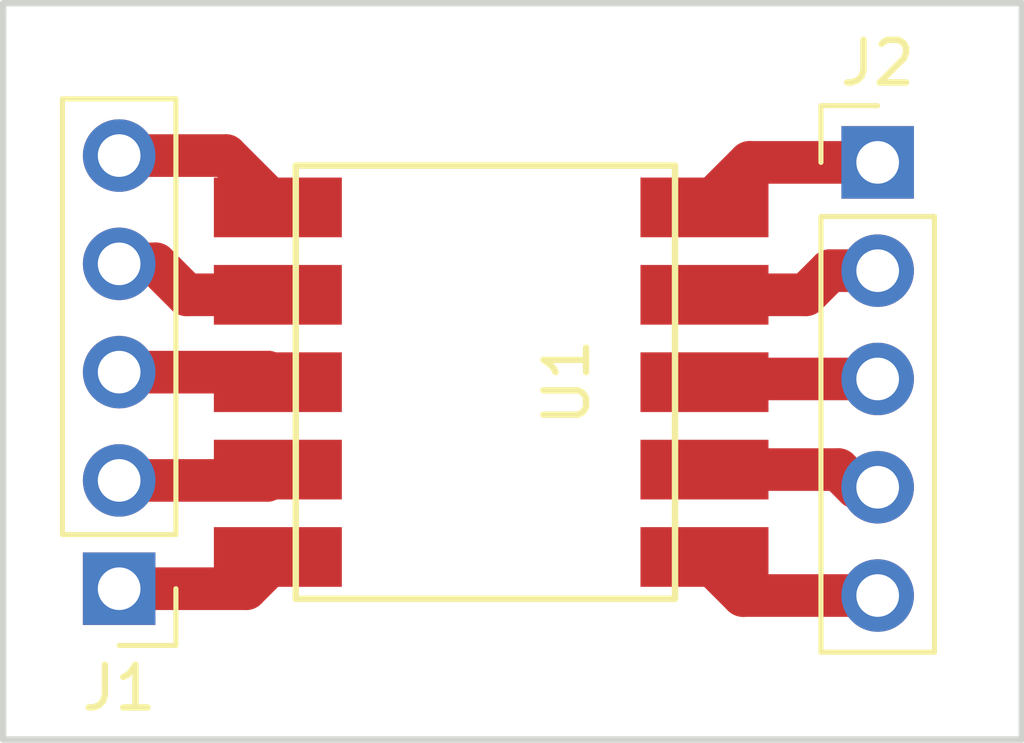
<source format=kicad_pcb>
(kicad_pcb (version 4) (host pcbnew 4.0.6)

  (general
    (links 10)
    (no_connects 0)
    (area 0 0 0 0)
    (thickness 1.6)
    (drawings 5)
    (tracks 23)
    (zones 0)
    (modules 3)
    (nets 11)
  )

  (page A4)
  (layers
    (0 F.Cu signal)
    (31 B.Cu signal)
    (32 B.Adhes user)
    (33 F.Adhes user)
    (34 B.Paste user)
    (35 F.Paste user)
    (36 B.SilkS user)
    (37 F.SilkS user)
    (38 B.Mask user)
    (39 F.Mask user)
    (40 Dwgs.User user)
    (41 Cmts.User user)
    (42 Eco1.User user)
    (43 Eco2.User user)
    (44 Edge.Cuts user)
    (45 Margin user)
    (46 B.CrtYd user)
    (47 F.CrtYd user)
    (48 B.Fab user)
    (49 F.Fab user)
  )

  (setup
    (last_trace_width 1)
    (trace_clearance 0.2)
    (zone_clearance 0.508)
    (zone_45_only no)
    (trace_min 0.2)
    (segment_width 0.2)
    (edge_width 0.15)
    (via_size 0.6)
    (via_drill 0.4)
    (via_min_size 0.4)
    (via_min_drill 0.3)
    (uvia_size 0.3)
    (uvia_drill 0.1)
    (uvias_allowed no)
    (uvia_min_size 0.2)
    (uvia_min_drill 0.1)
    (pcb_text_width 0.3)
    (pcb_text_size 1.5 1.5)
    (mod_edge_width 0.15)
    (mod_text_size 1 1)
    (mod_text_width 0.15)
    (pad_size 1.7 1.7)
    (pad_drill 1)
    (pad_to_mask_clearance 0.2)
    (aux_axis_origin 0 0)
    (visible_elements FFFFFF7F)
    (pcbplotparams
      (layerselection 0x00030_80000001)
      (usegerberextensions false)
      (excludeedgelayer true)
      (linewidth 0.100000)
      (plotframeref false)
      (viasonmask false)
      (mode 1)
      (useauxorigin false)
      (hpglpennumber 1)
      (hpglpenspeed 20)
      (hpglpendiameter 15)
      (hpglpenoverlay 2)
      (psnegative false)
      (psa4output false)
      (plotreference true)
      (plotvalue true)
      (plotinvisibletext false)
      (padsonsilk false)
      (subtractmaskfromsilk false)
      (outputformat 1)
      (mirror false)
      (drillshape 1)
      (scaleselection 1)
      (outputdirectory ""))
  )

  (net 0 "")
  (net 1 "Net-(J1-Pad1)")
  (net 2 "Net-(J1-Pad2)")
  (net 3 "Net-(J1-Pad3)")
  (net 4 "Net-(J1-Pad4)")
  (net 5 "Net-(J1-Pad5)")
  (net 6 "Net-(J2-Pad1)")
  (net 7 "Net-(J2-Pad2)")
  (net 8 "Net-(J2-Pad3)")
  (net 9 "Net-(J2-Pad4)")
  (net 10 "Net-(J2-Pad5)")

  (net_class Default "This is the default net class."
    (clearance 0.2)
    (trace_width 1)
    (via_dia 0.6)
    (via_drill 0.4)
    (uvia_dia 0.3)
    (uvia_drill 0.1)
    (add_net "Net-(J1-Pad1)")
    (add_net "Net-(J1-Pad2)")
    (add_net "Net-(J1-Pad3)")
    (add_net "Net-(J1-Pad4)")
    (add_net "Net-(J1-Pad5)")
    (add_net "Net-(J2-Pad1)")
    (add_net "Net-(J2-Pad2)")
    (add_net "Net-(J2-Pad3)")
    (add_net "Net-(J2-Pad4)")
    (add_net "Net-(J2-Pad5)")
  )

  (module Pin_Headers:Pin_Header_Straight_1x05_Pitch2.54mm (layer F.Cu) (tedit 59710130) (tstamp 5970FF8F)
    (at 100 110 180)
    (descr "Through hole straight pin header, 1x05, 2.54mm pitch, single row")
    (tags "Through hole pin header THT 1x05 2.54mm single row")
    (path /5970F684)
    (fp_text reference J1 (at 0 -2.33 180) (layer F.SilkS)
      (effects (font (size 1 1) (thickness 0.15)))
    )
    (fp_text value CONN_01X05 (at -3.378 12.718 180) (layer F.Fab)
      (effects (font (size 1 1) (thickness 0.15)))
    )
    (fp_line (start -0.635 -1.27) (end 1.27 -1.27) (layer F.Fab) (width 0.1))
    (fp_line (start 1.27 -1.27) (end 1.27 11.43) (layer F.Fab) (width 0.1))
    (fp_line (start 1.27 11.43) (end -1.27 11.43) (layer F.Fab) (width 0.1))
    (fp_line (start -1.27 11.43) (end -1.27 -0.635) (layer F.Fab) (width 0.1))
    (fp_line (start -1.27 -0.635) (end -0.635 -1.27) (layer F.Fab) (width 0.1))
    (fp_line (start -1.33 11.49) (end 1.33 11.49) (layer F.SilkS) (width 0.12))
    (fp_line (start -1.33 1.27) (end -1.33 11.49) (layer F.SilkS) (width 0.12))
    (fp_line (start 1.33 1.27) (end 1.33 11.49) (layer F.SilkS) (width 0.12))
    (fp_line (start -1.33 1.27) (end 1.33 1.27) (layer F.SilkS) (width 0.12))
    (fp_line (start -1.33 0) (end -1.33 -1.33) (layer F.SilkS) (width 0.12))
    (fp_line (start -1.33 -1.33) (end 0 -1.33) (layer F.SilkS) (width 0.12))
    (fp_line (start -1.8 -1.8) (end -1.8 11.95) (layer F.CrtYd) (width 0.05))
    (fp_line (start -1.8 11.95) (end 1.8 11.95) (layer F.CrtYd) (width 0.05))
    (fp_line (start 1.8 11.95) (end 1.8 -1.8) (layer F.CrtYd) (width 0.05))
    (fp_line (start 1.8 -1.8) (end -1.8 -1.8) (layer F.CrtYd) (width 0.05))
    (fp_text user %R (at 0 5.08 270) (layer F.Fab)
      (effects (font (size 1 1) (thickness 0.15)))
    )
    (pad 1 thru_hole rect (at 0 0 180) (size 1.7 1.7) (drill 1) (layers *.Cu *.Mask)
      (net 1 "Net-(J1-Pad1)"))
    (pad 2 thru_hole oval (at 0 2.54 180) (size 1.7 1.7) (drill 1) (layers *.Cu *.Mask)
      (net 2 "Net-(J1-Pad2)"))
    (pad 3 thru_hole oval (at 0 5.08 180) (size 1.7 1.7) (drill 1) (layers *.Cu *.Mask)
      (net 3 "Net-(J1-Pad3)"))
    (pad 4 thru_hole oval (at 0 7.62 180) (size 1.7 1.7) (drill 1) (layers *.Cu *.Mask)
      (net 4 "Net-(J1-Pad4)"))
    (pad 5 thru_hole oval (at 0 10.16 180) (size 1.7 1.7) (drill 1) (layers *.Cu *.Mask)
      (net 5 "Net-(J1-Pad5)"))
    (model ${KISYS3DMOD}/Pin_Headers.3dshapes/Pin_Header_Straight_1x05_Pitch2.54mm.wrl
      (at (xyz 0 0 0))
      (scale (xyz 1 1 1))
      (rotate (xyz 0 0 0))
    )
  )

  (module Pin_Headers:Pin_Header_Straight_1x05_Pitch2.54mm (layer F.Cu) (tedit 59710133) (tstamp 5970FFA8)
    (at 117.78 100)
    (descr "Through hole straight pin header, 1x05, 2.54mm pitch, single row")
    (tags "Through hole pin header THT 1x05 2.54mm single row")
    (path /5970F5B7)
    (fp_text reference J2 (at 0 -2.33) (layer F.SilkS)
      (effects (font (size 1 1) (thickness 0.15)))
    )
    (fp_text value CONN_01X05 (at -2.972 12.776) (layer F.Fab)
      (effects (font (size 1 1) (thickness 0.15)))
    )
    (fp_line (start -0.635 -1.27) (end 1.27 -1.27) (layer F.Fab) (width 0.1))
    (fp_line (start 1.27 -1.27) (end 1.27 11.43) (layer F.Fab) (width 0.1))
    (fp_line (start 1.27 11.43) (end -1.27 11.43) (layer F.Fab) (width 0.1))
    (fp_line (start -1.27 11.43) (end -1.27 -0.635) (layer F.Fab) (width 0.1))
    (fp_line (start -1.27 -0.635) (end -0.635 -1.27) (layer F.Fab) (width 0.1))
    (fp_line (start -1.33 11.49) (end 1.33 11.49) (layer F.SilkS) (width 0.12))
    (fp_line (start -1.33 1.27) (end -1.33 11.49) (layer F.SilkS) (width 0.12))
    (fp_line (start 1.33 1.27) (end 1.33 11.49) (layer F.SilkS) (width 0.12))
    (fp_line (start -1.33 1.27) (end 1.33 1.27) (layer F.SilkS) (width 0.12))
    (fp_line (start -1.33 0) (end -1.33 -1.33) (layer F.SilkS) (width 0.12))
    (fp_line (start -1.33 -1.33) (end 0 -1.33) (layer F.SilkS) (width 0.12))
    (fp_line (start -1.8 -1.8) (end -1.8 11.95) (layer F.CrtYd) (width 0.05))
    (fp_line (start -1.8 11.95) (end 1.8 11.95) (layer F.CrtYd) (width 0.05))
    (fp_line (start 1.8 11.95) (end 1.8 -1.8) (layer F.CrtYd) (width 0.05))
    (fp_line (start 1.8 -1.8) (end -1.8 -1.8) (layer F.CrtYd) (width 0.05))
    (fp_text user %R (at 0 5.08 90) (layer F.Fab)
      (effects (font (size 1 1) (thickness 0.15)))
    )
    (pad 1 thru_hole rect (at 0 0) (size 1.7 1.7) (drill 1) (layers *.Cu *.Mask)
      (net 6 "Net-(J2-Pad1)"))
    (pad 2 thru_hole oval (at 0 2.54) (size 1.7 1.7) (drill 1) (layers *.Cu *.Mask)
      (net 7 "Net-(J2-Pad2)"))
    (pad 3 thru_hole oval (at 0 5.08) (size 1.7 1.7) (drill 1) (layers *.Cu *.Mask)
      (net 8 "Net-(J2-Pad3)"))
    (pad 4 thru_hole oval (at 0 7.62) (size 1.7 1.7) (drill 1) (layers *.Cu *.Mask)
      (net 9 "Net-(J2-Pad4)"))
    (pad 5 thru_hole oval (at 0 10.16) (size 1.7 1.7) (drill 1) (layers *.Cu *.Mask)
      (net 10 "Net-(J2-Pad5)"))
    (model ${KISYS3DMOD}/Pin_Headers.3dshapes/Pin_Header_Straight_1x05_Pitch2.54mm.wrl
      (at (xyz 0 0 0))
      (scale (xyz 1 1 1))
      (rotate (xyz 0 0 0))
    )
  )

  (module mvb_si4702:mvb_SI4702 (layer F.Cu) (tedit 5970FD85) (tstamp 5970FFB6)
    (at 109.22 105.156)
    (path /5970F76F)
    (fp_text reference U1 (at 1.27 0 90) (layer F.SilkS)
      (effects (font (size 1 1) (thickness 0.15)))
    )
    (fp_text value SI4702 (at -1.27 0 90) (layer F.Fab)
      (effects (font (size 1 1) (thickness 0.15)))
    )
    (fp_line (start -5.08 -5.08) (end 3.81 -5.08) (layer F.SilkS) (width 0.15))
    (fp_line (start 3.81 -5.08) (end 3.81 5.08) (layer F.SilkS) (width 0.15))
    (fp_line (start 3.81 5.08) (end -5.08 5.08) (layer F.SilkS) (width 0.15))
    (fp_line (start -5.08 5.08) (end -5.08 -5.08) (layer F.SilkS) (width 0.15))
    (pad 10 smd rect (at 4.5 -4.1) (size 3 1.4) (layers F.Cu F.Paste F.Mask)
      (net 6 "Net-(J2-Pad1)"))
    (pad 9 smd rect (at 4.5 -2.05) (size 3 1.4) (layers F.Cu F.Paste F.Mask)
      (net 7 "Net-(J2-Pad2)"))
    (pad 8 smd rect (at 4.5 0) (size 3 1.4) (layers F.Cu F.Paste F.Mask)
      (net 8 "Net-(J2-Pad3)"))
    (pad 7 smd rect (at 4.5 2.05) (size 3 1.4) (layers F.Cu F.Paste F.Mask)
      (net 9 "Net-(J2-Pad4)"))
    (pad 6 smd rect (at 4.5 4.1) (size 3 1.4) (layers F.Cu F.Paste F.Mask)
      (net 10 "Net-(J2-Pad5)"))
    (pad 2 smd rect (at -5.5 -2.05) (size 3 1.4) (layers F.Cu F.Paste F.Mask)
      (net 4 "Net-(J1-Pad4)"))
    (pad 3 smd rect (at -5.5 0) (size 3 1.4) (layers F.Cu F.Paste F.Mask)
      (net 3 "Net-(J1-Pad3)"))
    (pad 4 smd rect (at -5.5 2.05) (size 3 1.4) (layers F.Cu F.Paste F.Mask)
      (net 2 "Net-(J1-Pad2)"))
    (pad 5 smd rect (at -5.5 4.1) (size 3 1.4) (layers F.Cu F.Paste F.Mask)
      (net 1 "Net-(J1-Pad1)"))
    (pad 1 smd rect (at -5.5 -4.1) (size 3 1.4) (layers F.Cu F.Paste F.Mask)
      (net 5 "Net-(J1-Pad5)"))
  )

  (gr_line (start 97.282 96.266) (end 97.536 96.266) (angle 90) (layer Edge.Cuts) (width 0.15))
  (gr_line (start 97.282 113.538) (end 97.282 96.266) (angle 90) (layer Edge.Cuts) (width 0.15))
  (gr_line (start 121.158 113.538) (end 97.282 113.538) (angle 90) (layer Edge.Cuts) (width 0.15))
  (gr_line (start 121.158 96.266) (end 121.158 113.538) (angle 90) (layer Edge.Cuts) (width 0.15))
  (gr_line (start 97.536 96.266) (end 121.158 96.266) (angle 90) (layer Edge.Cuts) (width 0.15))

  (segment (start 100 110) (end 102.976 110) (width 1) (layer F.Cu) (net 1))
  (segment (start 102.976 110) (end 103.72 109.256) (width 1) (layer F.Cu) (net 1) (tstamp 597101BF))
  (segment (start 100 107.46) (end 103.466 107.46) (width 1) (layer F.Cu) (net 2))
  (segment (start 103.466 107.46) (end 103.72 107.206) (width 1) (layer F.Cu) (net 2) (tstamp 597101C2))
  (segment (start 100 104.92) (end 103.484 104.92) (width 1) (layer F.Cu) (net 3))
  (segment (start 103.484 104.92) (end 103.72 105.156) (width 1) (layer F.Cu) (net 3) (tstamp 597101C5))
  (segment (start 100 102.38) (end 100.856 102.38) (width 1) (layer F.Cu) (net 4))
  (segment (start 101.582 103.106) (end 103.72 103.106) (width 1) (layer F.Cu) (net 4) (tstamp 597101C9))
  (segment (start 100.856 102.38) (end 101.582 103.106) (width 1) (layer F.Cu) (net 4) (tstamp 597101C8))
  (segment (start 100 99.84) (end 102.504 99.84) (width 1) (layer F.Cu) (net 5))
  (segment (start 102.504 99.84) (end 103.72 101.056) (width 1) (layer F.Cu) (net 5) (tstamp 597101CC))
  (segment (start 117.78 100) (end 114.776 100) (width 1) (layer F.Cu) (net 6))
  (segment (start 114.776 100) (end 113.72 101.056) (width 1) (layer F.Cu) (net 6) (tstamp 597101AE))
  (segment (start 117.78 102.54) (end 116.662 102.54) (width 1) (layer F.Cu) (net 7))
  (segment (start 116.096 103.106) (end 113.72 103.106) (width 1) (layer F.Cu) (net 7) (tstamp 597101B2))
  (segment (start 116.662 102.54) (end 116.096 103.106) (width 1) (layer F.Cu) (net 7) (tstamp 597101B1))
  (segment (start 117.78 105.08) (end 113.796 105.08) (width 1) (layer F.Cu) (net 8))
  (segment (start 113.796 105.08) (end 113.72 105.156) (width 1) (layer F.Cu) (net 8) (tstamp 597101B5))
  (segment (start 117.78 107.62) (end 117.272 107.62) (width 1) (layer F.Cu) (net 9))
  (segment (start 117.272 107.62) (end 116.858 107.206) (width 1) (layer F.Cu) (net 9) (tstamp 597101B8))
  (segment (start 116.858 107.206) (end 113.72 107.206) (width 1) (layer F.Cu) (net 9) (tstamp 597101B9))
  (segment (start 117.78 110.16) (end 114.624 110.16) (width 1) (layer F.Cu) (net 10))
  (segment (start 114.624 110.16) (end 113.72 109.256) (width 1) (layer F.Cu) (net 10) (tstamp 597101BC))

)

</source>
